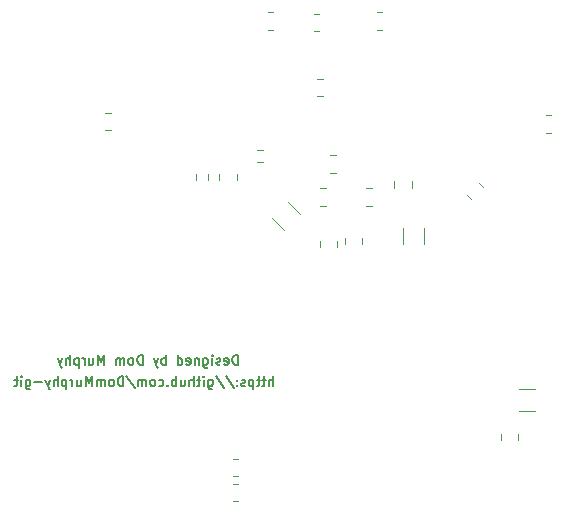
<source format=gbr>
%TF.GenerationSoftware,KiCad,Pcbnew,9.0.3*%
%TF.CreationDate,2026-02-24T03:06:21-05:00*%
%TF.ProjectId,ShamanLink_Rev1,5368616d-616e-44c6-996e-6b5f52657631,rev?*%
%TF.SameCoordinates,Original*%
%TF.FileFunction,Legend,Bot*%
%TF.FilePolarity,Positive*%
%FSLAX46Y46*%
G04 Gerber Fmt 4.6, Leading zero omitted, Abs format (unit mm)*
G04 Created by KiCad (PCBNEW 9.0.3) date 2026-02-24 03:06:21*
%MOMM*%
%LPD*%
G01*
G04 APERTURE LIST*
%ADD10C,0.152400*%
%ADD11C,0.120000*%
G04 APERTURE END LIST*
D10*
X98006213Y-106092603D02*
X98006213Y-105279803D01*
X98006213Y-105279803D02*
X97812689Y-105279803D01*
X97812689Y-105279803D02*
X97696575Y-105318508D01*
X97696575Y-105318508D02*
X97619165Y-105395918D01*
X97619165Y-105395918D02*
X97580460Y-105473327D01*
X97580460Y-105473327D02*
X97541756Y-105628146D01*
X97541756Y-105628146D02*
X97541756Y-105744260D01*
X97541756Y-105744260D02*
X97580460Y-105899079D01*
X97580460Y-105899079D02*
X97619165Y-105976489D01*
X97619165Y-105976489D02*
X97696575Y-106053899D01*
X97696575Y-106053899D02*
X97812689Y-106092603D01*
X97812689Y-106092603D02*
X98006213Y-106092603D01*
X96883775Y-106053899D02*
X96961184Y-106092603D01*
X96961184Y-106092603D02*
X97116003Y-106092603D01*
X97116003Y-106092603D02*
X97193413Y-106053899D01*
X97193413Y-106053899D02*
X97232117Y-105976489D01*
X97232117Y-105976489D02*
X97232117Y-105666851D01*
X97232117Y-105666851D02*
X97193413Y-105589441D01*
X97193413Y-105589441D02*
X97116003Y-105550737D01*
X97116003Y-105550737D02*
X96961184Y-105550737D01*
X96961184Y-105550737D02*
X96883775Y-105589441D01*
X96883775Y-105589441D02*
X96845070Y-105666851D01*
X96845070Y-105666851D02*
X96845070Y-105744260D01*
X96845070Y-105744260D02*
X97232117Y-105821670D01*
X96535431Y-106053899D02*
X96458022Y-106092603D01*
X96458022Y-106092603D02*
X96303203Y-106092603D01*
X96303203Y-106092603D02*
X96225793Y-106053899D01*
X96225793Y-106053899D02*
X96187089Y-105976489D01*
X96187089Y-105976489D02*
X96187089Y-105937784D01*
X96187089Y-105937784D02*
X96225793Y-105860375D01*
X96225793Y-105860375D02*
X96303203Y-105821670D01*
X96303203Y-105821670D02*
X96419317Y-105821670D01*
X96419317Y-105821670D02*
X96496727Y-105782965D01*
X96496727Y-105782965D02*
X96535431Y-105705556D01*
X96535431Y-105705556D02*
X96535431Y-105666851D01*
X96535431Y-105666851D02*
X96496727Y-105589441D01*
X96496727Y-105589441D02*
X96419317Y-105550737D01*
X96419317Y-105550737D02*
X96303203Y-105550737D01*
X96303203Y-105550737D02*
X96225793Y-105589441D01*
X95838746Y-106092603D02*
X95838746Y-105550737D01*
X95838746Y-105279803D02*
X95877450Y-105318508D01*
X95877450Y-105318508D02*
X95838746Y-105357213D01*
X95838746Y-105357213D02*
X95800041Y-105318508D01*
X95800041Y-105318508D02*
X95838746Y-105279803D01*
X95838746Y-105279803D02*
X95838746Y-105357213D01*
X95103355Y-105550737D02*
X95103355Y-106208718D01*
X95103355Y-106208718D02*
X95142060Y-106286127D01*
X95142060Y-106286127D02*
X95180764Y-106324832D01*
X95180764Y-106324832D02*
X95258174Y-106363537D01*
X95258174Y-106363537D02*
X95374288Y-106363537D01*
X95374288Y-106363537D02*
X95451698Y-106324832D01*
X95103355Y-106053899D02*
X95180764Y-106092603D01*
X95180764Y-106092603D02*
X95335583Y-106092603D01*
X95335583Y-106092603D02*
X95412993Y-106053899D01*
X95412993Y-106053899D02*
X95451698Y-106015194D01*
X95451698Y-106015194D02*
X95490402Y-105937784D01*
X95490402Y-105937784D02*
X95490402Y-105705556D01*
X95490402Y-105705556D02*
X95451698Y-105628146D01*
X95451698Y-105628146D02*
X95412993Y-105589441D01*
X95412993Y-105589441D02*
X95335583Y-105550737D01*
X95335583Y-105550737D02*
X95180764Y-105550737D01*
X95180764Y-105550737D02*
X95103355Y-105589441D01*
X94716308Y-105550737D02*
X94716308Y-106092603D01*
X94716308Y-105628146D02*
X94677603Y-105589441D01*
X94677603Y-105589441D02*
X94600193Y-105550737D01*
X94600193Y-105550737D02*
X94484079Y-105550737D01*
X94484079Y-105550737D02*
X94406670Y-105589441D01*
X94406670Y-105589441D02*
X94367965Y-105666851D01*
X94367965Y-105666851D02*
X94367965Y-106092603D01*
X93671280Y-106053899D02*
X93748689Y-106092603D01*
X93748689Y-106092603D02*
X93903508Y-106092603D01*
X93903508Y-106092603D02*
X93980918Y-106053899D01*
X93980918Y-106053899D02*
X94019622Y-105976489D01*
X94019622Y-105976489D02*
X94019622Y-105666851D01*
X94019622Y-105666851D02*
X93980918Y-105589441D01*
X93980918Y-105589441D02*
X93903508Y-105550737D01*
X93903508Y-105550737D02*
X93748689Y-105550737D01*
X93748689Y-105550737D02*
X93671280Y-105589441D01*
X93671280Y-105589441D02*
X93632575Y-105666851D01*
X93632575Y-105666851D02*
X93632575Y-105744260D01*
X93632575Y-105744260D02*
X94019622Y-105821670D01*
X92935889Y-106092603D02*
X92935889Y-105279803D01*
X92935889Y-106053899D02*
X93013298Y-106092603D01*
X93013298Y-106092603D02*
X93168117Y-106092603D01*
X93168117Y-106092603D02*
X93245527Y-106053899D01*
X93245527Y-106053899D02*
X93284232Y-106015194D01*
X93284232Y-106015194D02*
X93322936Y-105937784D01*
X93322936Y-105937784D02*
X93322936Y-105705556D01*
X93322936Y-105705556D02*
X93284232Y-105628146D01*
X93284232Y-105628146D02*
X93245527Y-105589441D01*
X93245527Y-105589441D02*
X93168117Y-105550737D01*
X93168117Y-105550737D02*
X93013298Y-105550737D01*
X93013298Y-105550737D02*
X92935889Y-105589441D01*
X91929566Y-106092603D02*
X91929566Y-105279803D01*
X91929566Y-105589441D02*
X91852156Y-105550737D01*
X91852156Y-105550737D02*
X91697337Y-105550737D01*
X91697337Y-105550737D02*
X91619928Y-105589441D01*
X91619928Y-105589441D02*
X91581223Y-105628146D01*
X91581223Y-105628146D02*
X91542518Y-105705556D01*
X91542518Y-105705556D02*
X91542518Y-105937784D01*
X91542518Y-105937784D02*
X91581223Y-106015194D01*
X91581223Y-106015194D02*
X91619928Y-106053899D01*
X91619928Y-106053899D02*
X91697337Y-106092603D01*
X91697337Y-106092603D02*
X91852156Y-106092603D01*
X91852156Y-106092603D02*
X91929566Y-106053899D01*
X91271585Y-105550737D02*
X91078061Y-106092603D01*
X90884538Y-105550737D02*
X91078061Y-106092603D01*
X91078061Y-106092603D02*
X91155471Y-106286127D01*
X91155471Y-106286127D02*
X91194176Y-106324832D01*
X91194176Y-106324832D02*
X91271585Y-106363537D01*
X89955624Y-106092603D02*
X89955624Y-105279803D01*
X89955624Y-105279803D02*
X89762100Y-105279803D01*
X89762100Y-105279803D02*
X89645986Y-105318508D01*
X89645986Y-105318508D02*
X89568576Y-105395918D01*
X89568576Y-105395918D02*
X89529871Y-105473327D01*
X89529871Y-105473327D02*
X89491167Y-105628146D01*
X89491167Y-105628146D02*
X89491167Y-105744260D01*
X89491167Y-105744260D02*
X89529871Y-105899079D01*
X89529871Y-105899079D02*
X89568576Y-105976489D01*
X89568576Y-105976489D02*
X89645986Y-106053899D01*
X89645986Y-106053899D02*
X89762100Y-106092603D01*
X89762100Y-106092603D02*
X89955624Y-106092603D01*
X89026709Y-106092603D02*
X89104119Y-106053899D01*
X89104119Y-106053899D02*
X89142824Y-106015194D01*
X89142824Y-106015194D02*
X89181528Y-105937784D01*
X89181528Y-105937784D02*
X89181528Y-105705556D01*
X89181528Y-105705556D02*
X89142824Y-105628146D01*
X89142824Y-105628146D02*
X89104119Y-105589441D01*
X89104119Y-105589441D02*
X89026709Y-105550737D01*
X89026709Y-105550737D02*
X88910595Y-105550737D01*
X88910595Y-105550737D02*
X88833186Y-105589441D01*
X88833186Y-105589441D02*
X88794481Y-105628146D01*
X88794481Y-105628146D02*
X88755776Y-105705556D01*
X88755776Y-105705556D02*
X88755776Y-105937784D01*
X88755776Y-105937784D02*
X88794481Y-106015194D01*
X88794481Y-106015194D02*
X88833186Y-106053899D01*
X88833186Y-106053899D02*
X88910595Y-106092603D01*
X88910595Y-106092603D02*
X89026709Y-106092603D01*
X88407434Y-106092603D02*
X88407434Y-105550737D01*
X88407434Y-105628146D02*
X88368729Y-105589441D01*
X88368729Y-105589441D02*
X88291319Y-105550737D01*
X88291319Y-105550737D02*
X88175205Y-105550737D01*
X88175205Y-105550737D02*
X88097796Y-105589441D01*
X88097796Y-105589441D02*
X88059091Y-105666851D01*
X88059091Y-105666851D02*
X88059091Y-106092603D01*
X88059091Y-105666851D02*
X88020386Y-105589441D01*
X88020386Y-105589441D02*
X87942977Y-105550737D01*
X87942977Y-105550737D02*
X87826862Y-105550737D01*
X87826862Y-105550737D02*
X87749453Y-105589441D01*
X87749453Y-105589441D02*
X87710748Y-105666851D01*
X87710748Y-105666851D02*
X87710748Y-106092603D01*
X86704425Y-106092603D02*
X86704425Y-105279803D01*
X86704425Y-105279803D02*
X86433491Y-105860375D01*
X86433491Y-105860375D02*
X86162558Y-105279803D01*
X86162558Y-105279803D02*
X86162558Y-106092603D01*
X85427168Y-105550737D02*
X85427168Y-106092603D01*
X85775511Y-105550737D02*
X85775511Y-105976489D01*
X85775511Y-105976489D02*
X85736806Y-106053899D01*
X85736806Y-106053899D02*
X85659396Y-106092603D01*
X85659396Y-106092603D02*
X85543282Y-106092603D01*
X85543282Y-106092603D02*
X85465873Y-106053899D01*
X85465873Y-106053899D02*
X85427168Y-106015194D01*
X85040121Y-106092603D02*
X85040121Y-105550737D01*
X85040121Y-105705556D02*
X85001416Y-105628146D01*
X85001416Y-105628146D02*
X84962711Y-105589441D01*
X84962711Y-105589441D02*
X84885302Y-105550737D01*
X84885302Y-105550737D02*
X84807892Y-105550737D01*
X84536959Y-105550737D02*
X84536959Y-106363537D01*
X84536959Y-105589441D02*
X84459549Y-105550737D01*
X84459549Y-105550737D02*
X84304730Y-105550737D01*
X84304730Y-105550737D02*
X84227321Y-105589441D01*
X84227321Y-105589441D02*
X84188616Y-105628146D01*
X84188616Y-105628146D02*
X84149911Y-105705556D01*
X84149911Y-105705556D02*
X84149911Y-105937784D01*
X84149911Y-105937784D02*
X84188616Y-106015194D01*
X84188616Y-106015194D02*
X84227321Y-106053899D01*
X84227321Y-106053899D02*
X84304730Y-106092603D01*
X84304730Y-106092603D02*
X84459549Y-106092603D01*
X84459549Y-106092603D02*
X84536959Y-106053899D01*
X83801569Y-106092603D02*
X83801569Y-105279803D01*
X83453226Y-106092603D02*
X83453226Y-105666851D01*
X83453226Y-105666851D02*
X83491931Y-105589441D01*
X83491931Y-105589441D02*
X83569340Y-105550737D01*
X83569340Y-105550737D02*
X83685454Y-105550737D01*
X83685454Y-105550737D02*
X83762864Y-105589441D01*
X83762864Y-105589441D02*
X83801569Y-105628146D01*
X83143588Y-105550737D02*
X82950064Y-106092603D01*
X82756541Y-105550737D02*
X82950064Y-106092603D01*
X82950064Y-106092603D02*
X83027474Y-106286127D01*
X83027474Y-106286127D02*
X83066179Y-106324832D01*
X83066179Y-106324832D02*
X83143588Y-106363537D01*
X101006213Y-107892603D02*
X101006213Y-107079803D01*
X100657870Y-107892603D02*
X100657870Y-107466851D01*
X100657870Y-107466851D02*
X100696575Y-107389441D01*
X100696575Y-107389441D02*
X100773984Y-107350737D01*
X100773984Y-107350737D02*
X100890098Y-107350737D01*
X100890098Y-107350737D02*
X100967508Y-107389441D01*
X100967508Y-107389441D02*
X101006213Y-107428146D01*
X100386937Y-107350737D02*
X100077299Y-107350737D01*
X100270823Y-107079803D02*
X100270823Y-107776489D01*
X100270823Y-107776489D02*
X100232118Y-107853899D01*
X100232118Y-107853899D02*
X100154708Y-107892603D01*
X100154708Y-107892603D02*
X100077299Y-107892603D01*
X99922480Y-107350737D02*
X99612842Y-107350737D01*
X99806366Y-107079803D02*
X99806366Y-107776489D01*
X99806366Y-107776489D02*
X99767661Y-107853899D01*
X99767661Y-107853899D02*
X99690251Y-107892603D01*
X99690251Y-107892603D02*
X99612842Y-107892603D01*
X99341909Y-107350737D02*
X99341909Y-108163537D01*
X99341909Y-107389441D02*
X99264499Y-107350737D01*
X99264499Y-107350737D02*
X99109680Y-107350737D01*
X99109680Y-107350737D02*
X99032271Y-107389441D01*
X99032271Y-107389441D02*
X98993566Y-107428146D01*
X98993566Y-107428146D02*
X98954861Y-107505556D01*
X98954861Y-107505556D02*
X98954861Y-107737784D01*
X98954861Y-107737784D02*
X98993566Y-107815194D01*
X98993566Y-107815194D02*
X99032271Y-107853899D01*
X99032271Y-107853899D02*
X99109680Y-107892603D01*
X99109680Y-107892603D02*
X99264499Y-107892603D01*
X99264499Y-107892603D02*
X99341909Y-107853899D01*
X98645223Y-107853899D02*
X98567814Y-107892603D01*
X98567814Y-107892603D02*
X98412995Y-107892603D01*
X98412995Y-107892603D02*
X98335585Y-107853899D01*
X98335585Y-107853899D02*
X98296881Y-107776489D01*
X98296881Y-107776489D02*
X98296881Y-107737784D01*
X98296881Y-107737784D02*
X98335585Y-107660375D01*
X98335585Y-107660375D02*
X98412995Y-107621670D01*
X98412995Y-107621670D02*
X98529109Y-107621670D01*
X98529109Y-107621670D02*
X98606519Y-107582965D01*
X98606519Y-107582965D02*
X98645223Y-107505556D01*
X98645223Y-107505556D02*
X98645223Y-107466851D01*
X98645223Y-107466851D02*
X98606519Y-107389441D01*
X98606519Y-107389441D02*
X98529109Y-107350737D01*
X98529109Y-107350737D02*
X98412995Y-107350737D01*
X98412995Y-107350737D02*
X98335585Y-107389441D01*
X97948538Y-107815194D02*
X97909833Y-107853899D01*
X97909833Y-107853899D02*
X97948538Y-107892603D01*
X97948538Y-107892603D02*
X97987242Y-107853899D01*
X97987242Y-107853899D02*
X97948538Y-107815194D01*
X97948538Y-107815194D02*
X97948538Y-107892603D01*
X97948538Y-107389441D02*
X97909833Y-107428146D01*
X97909833Y-107428146D02*
X97948538Y-107466851D01*
X97948538Y-107466851D02*
X97987242Y-107428146D01*
X97987242Y-107428146D02*
X97948538Y-107389441D01*
X97948538Y-107389441D02*
X97948538Y-107466851D01*
X96980918Y-107041099D02*
X97677604Y-108086127D01*
X96129413Y-107041099D02*
X96826099Y-108086127D01*
X95510137Y-107350737D02*
X95510137Y-108008718D01*
X95510137Y-108008718D02*
X95548842Y-108086127D01*
X95548842Y-108086127D02*
X95587546Y-108124832D01*
X95587546Y-108124832D02*
X95664956Y-108163537D01*
X95664956Y-108163537D02*
X95781070Y-108163537D01*
X95781070Y-108163537D02*
X95858480Y-108124832D01*
X95510137Y-107853899D02*
X95587546Y-107892603D01*
X95587546Y-107892603D02*
X95742365Y-107892603D01*
X95742365Y-107892603D02*
X95819775Y-107853899D01*
X95819775Y-107853899D02*
X95858480Y-107815194D01*
X95858480Y-107815194D02*
X95897184Y-107737784D01*
X95897184Y-107737784D02*
X95897184Y-107505556D01*
X95897184Y-107505556D02*
X95858480Y-107428146D01*
X95858480Y-107428146D02*
X95819775Y-107389441D01*
X95819775Y-107389441D02*
X95742365Y-107350737D01*
X95742365Y-107350737D02*
X95587546Y-107350737D01*
X95587546Y-107350737D02*
X95510137Y-107389441D01*
X95123090Y-107892603D02*
X95123090Y-107350737D01*
X95123090Y-107079803D02*
X95161794Y-107118508D01*
X95161794Y-107118508D02*
X95123090Y-107157213D01*
X95123090Y-107157213D02*
X95084385Y-107118508D01*
X95084385Y-107118508D02*
X95123090Y-107079803D01*
X95123090Y-107079803D02*
X95123090Y-107157213D01*
X94852156Y-107350737D02*
X94542518Y-107350737D01*
X94736042Y-107079803D02*
X94736042Y-107776489D01*
X94736042Y-107776489D02*
X94697337Y-107853899D01*
X94697337Y-107853899D02*
X94619927Y-107892603D01*
X94619927Y-107892603D02*
X94542518Y-107892603D01*
X94271585Y-107892603D02*
X94271585Y-107079803D01*
X93923242Y-107892603D02*
X93923242Y-107466851D01*
X93923242Y-107466851D02*
X93961947Y-107389441D01*
X93961947Y-107389441D02*
X94039356Y-107350737D01*
X94039356Y-107350737D02*
X94155470Y-107350737D01*
X94155470Y-107350737D02*
X94232880Y-107389441D01*
X94232880Y-107389441D02*
X94271585Y-107428146D01*
X93187852Y-107350737D02*
X93187852Y-107892603D01*
X93536195Y-107350737D02*
X93536195Y-107776489D01*
X93536195Y-107776489D02*
X93497490Y-107853899D01*
X93497490Y-107853899D02*
X93420080Y-107892603D01*
X93420080Y-107892603D02*
X93303966Y-107892603D01*
X93303966Y-107892603D02*
X93226557Y-107853899D01*
X93226557Y-107853899D02*
X93187852Y-107815194D01*
X92800805Y-107892603D02*
X92800805Y-107079803D01*
X92800805Y-107389441D02*
X92723395Y-107350737D01*
X92723395Y-107350737D02*
X92568576Y-107350737D01*
X92568576Y-107350737D02*
X92491167Y-107389441D01*
X92491167Y-107389441D02*
X92452462Y-107428146D01*
X92452462Y-107428146D02*
X92413757Y-107505556D01*
X92413757Y-107505556D02*
X92413757Y-107737784D01*
X92413757Y-107737784D02*
X92452462Y-107815194D01*
X92452462Y-107815194D02*
X92491167Y-107853899D01*
X92491167Y-107853899D02*
X92568576Y-107892603D01*
X92568576Y-107892603D02*
X92723395Y-107892603D01*
X92723395Y-107892603D02*
X92800805Y-107853899D01*
X92065415Y-107815194D02*
X92026710Y-107853899D01*
X92026710Y-107853899D02*
X92065415Y-107892603D01*
X92065415Y-107892603D02*
X92104119Y-107853899D01*
X92104119Y-107853899D02*
X92065415Y-107815194D01*
X92065415Y-107815194D02*
X92065415Y-107892603D01*
X91330024Y-107853899D02*
X91407433Y-107892603D01*
X91407433Y-107892603D02*
X91562252Y-107892603D01*
X91562252Y-107892603D02*
X91639662Y-107853899D01*
X91639662Y-107853899D02*
X91678367Y-107815194D01*
X91678367Y-107815194D02*
X91717071Y-107737784D01*
X91717071Y-107737784D02*
X91717071Y-107505556D01*
X91717071Y-107505556D02*
X91678367Y-107428146D01*
X91678367Y-107428146D02*
X91639662Y-107389441D01*
X91639662Y-107389441D02*
X91562252Y-107350737D01*
X91562252Y-107350737D02*
X91407433Y-107350737D01*
X91407433Y-107350737D02*
X91330024Y-107389441D01*
X90865566Y-107892603D02*
X90942976Y-107853899D01*
X90942976Y-107853899D02*
X90981681Y-107815194D01*
X90981681Y-107815194D02*
X91020385Y-107737784D01*
X91020385Y-107737784D02*
X91020385Y-107505556D01*
X91020385Y-107505556D02*
X90981681Y-107428146D01*
X90981681Y-107428146D02*
X90942976Y-107389441D01*
X90942976Y-107389441D02*
X90865566Y-107350737D01*
X90865566Y-107350737D02*
X90749452Y-107350737D01*
X90749452Y-107350737D02*
X90672043Y-107389441D01*
X90672043Y-107389441D02*
X90633338Y-107428146D01*
X90633338Y-107428146D02*
X90594633Y-107505556D01*
X90594633Y-107505556D02*
X90594633Y-107737784D01*
X90594633Y-107737784D02*
X90633338Y-107815194D01*
X90633338Y-107815194D02*
X90672043Y-107853899D01*
X90672043Y-107853899D02*
X90749452Y-107892603D01*
X90749452Y-107892603D02*
X90865566Y-107892603D01*
X90246291Y-107892603D02*
X90246291Y-107350737D01*
X90246291Y-107428146D02*
X90207586Y-107389441D01*
X90207586Y-107389441D02*
X90130176Y-107350737D01*
X90130176Y-107350737D02*
X90014062Y-107350737D01*
X90014062Y-107350737D02*
X89936653Y-107389441D01*
X89936653Y-107389441D02*
X89897948Y-107466851D01*
X89897948Y-107466851D02*
X89897948Y-107892603D01*
X89897948Y-107466851D02*
X89859243Y-107389441D01*
X89859243Y-107389441D02*
X89781834Y-107350737D01*
X89781834Y-107350737D02*
X89665719Y-107350737D01*
X89665719Y-107350737D02*
X89588310Y-107389441D01*
X89588310Y-107389441D02*
X89549605Y-107466851D01*
X89549605Y-107466851D02*
X89549605Y-107892603D01*
X88581986Y-107041099D02*
X89278672Y-108086127D01*
X88311053Y-107892603D02*
X88311053Y-107079803D01*
X88311053Y-107079803D02*
X88117529Y-107079803D01*
X88117529Y-107079803D02*
X88001415Y-107118508D01*
X88001415Y-107118508D02*
X87924005Y-107195918D01*
X87924005Y-107195918D02*
X87885300Y-107273327D01*
X87885300Y-107273327D02*
X87846596Y-107428146D01*
X87846596Y-107428146D02*
X87846596Y-107544260D01*
X87846596Y-107544260D02*
X87885300Y-107699079D01*
X87885300Y-107699079D02*
X87924005Y-107776489D01*
X87924005Y-107776489D02*
X88001415Y-107853899D01*
X88001415Y-107853899D02*
X88117529Y-107892603D01*
X88117529Y-107892603D02*
X88311053Y-107892603D01*
X87382138Y-107892603D02*
X87459548Y-107853899D01*
X87459548Y-107853899D02*
X87498253Y-107815194D01*
X87498253Y-107815194D02*
X87536957Y-107737784D01*
X87536957Y-107737784D02*
X87536957Y-107505556D01*
X87536957Y-107505556D02*
X87498253Y-107428146D01*
X87498253Y-107428146D02*
X87459548Y-107389441D01*
X87459548Y-107389441D02*
X87382138Y-107350737D01*
X87382138Y-107350737D02*
X87266024Y-107350737D01*
X87266024Y-107350737D02*
X87188615Y-107389441D01*
X87188615Y-107389441D02*
X87149910Y-107428146D01*
X87149910Y-107428146D02*
X87111205Y-107505556D01*
X87111205Y-107505556D02*
X87111205Y-107737784D01*
X87111205Y-107737784D02*
X87149910Y-107815194D01*
X87149910Y-107815194D02*
X87188615Y-107853899D01*
X87188615Y-107853899D02*
X87266024Y-107892603D01*
X87266024Y-107892603D02*
X87382138Y-107892603D01*
X86762863Y-107892603D02*
X86762863Y-107350737D01*
X86762863Y-107428146D02*
X86724158Y-107389441D01*
X86724158Y-107389441D02*
X86646748Y-107350737D01*
X86646748Y-107350737D02*
X86530634Y-107350737D01*
X86530634Y-107350737D02*
X86453225Y-107389441D01*
X86453225Y-107389441D02*
X86414520Y-107466851D01*
X86414520Y-107466851D02*
X86414520Y-107892603D01*
X86414520Y-107466851D02*
X86375815Y-107389441D01*
X86375815Y-107389441D02*
X86298406Y-107350737D01*
X86298406Y-107350737D02*
X86182291Y-107350737D01*
X86182291Y-107350737D02*
X86104882Y-107389441D01*
X86104882Y-107389441D02*
X86066177Y-107466851D01*
X86066177Y-107466851D02*
X86066177Y-107892603D01*
X85679130Y-107892603D02*
X85679130Y-107079803D01*
X85679130Y-107079803D02*
X85408196Y-107660375D01*
X85408196Y-107660375D02*
X85137263Y-107079803D01*
X85137263Y-107079803D02*
X85137263Y-107892603D01*
X84401873Y-107350737D02*
X84401873Y-107892603D01*
X84750216Y-107350737D02*
X84750216Y-107776489D01*
X84750216Y-107776489D02*
X84711511Y-107853899D01*
X84711511Y-107853899D02*
X84634101Y-107892603D01*
X84634101Y-107892603D02*
X84517987Y-107892603D01*
X84517987Y-107892603D02*
X84440578Y-107853899D01*
X84440578Y-107853899D02*
X84401873Y-107815194D01*
X84014826Y-107892603D02*
X84014826Y-107350737D01*
X84014826Y-107505556D02*
X83976121Y-107428146D01*
X83976121Y-107428146D02*
X83937416Y-107389441D01*
X83937416Y-107389441D02*
X83860007Y-107350737D01*
X83860007Y-107350737D02*
X83782597Y-107350737D01*
X83511664Y-107350737D02*
X83511664Y-108163537D01*
X83511664Y-107389441D02*
X83434254Y-107350737D01*
X83434254Y-107350737D02*
X83279435Y-107350737D01*
X83279435Y-107350737D02*
X83202026Y-107389441D01*
X83202026Y-107389441D02*
X83163321Y-107428146D01*
X83163321Y-107428146D02*
X83124616Y-107505556D01*
X83124616Y-107505556D02*
X83124616Y-107737784D01*
X83124616Y-107737784D02*
X83163321Y-107815194D01*
X83163321Y-107815194D02*
X83202026Y-107853899D01*
X83202026Y-107853899D02*
X83279435Y-107892603D01*
X83279435Y-107892603D02*
X83434254Y-107892603D01*
X83434254Y-107892603D02*
X83511664Y-107853899D01*
X82776274Y-107892603D02*
X82776274Y-107079803D01*
X82427931Y-107892603D02*
X82427931Y-107466851D01*
X82427931Y-107466851D02*
X82466636Y-107389441D01*
X82466636Y-107389441D02*
X82544045Y-107350737D01*
X82544045Y-107350737D02*
X82660159Y-107350737D01*
X82660159Y-107350737D02*
X82737569Y-107389441D01*
X82737569Y-107389441D02*
X82776274Y-107428146D01*
X82118293Y-107350737D02*
X81924769Y-107892603D01*
X81731246Y-107350737D02*
X81924769Y-107892603D01*
X81924769Y-107892603D02*
X82002179Y-108086127D01*
X82002179Y-108086127D02*
X82040884Y-108124832D01*
X82040884Y-108124832D02*
X82118293Y-108163537D01*
X81421608Y-107582965D02*
X80802332Y-107582965D01*
X80066941Y-107350737D02*
X80066941Y-108008718D01*
X80066941Y-108008718D02*
X80105646Y-108086127D01*
X80105646Y-108086127D02*
X80144350Y-108124832D01*
X80144350Y-108124832D02*
X80221760Y-108163537D01*
X80221760Y-108163537D02*
X80337874Y-108163537D01*
X80337874Y-108163537D02*
X80415284Y-108124832D01*
X80066941Y-107853899D02*
X80144350Y-107892603D01*
X80144350Y-107892603D02*
X80299169Y-107892603D01*
X80299169Y-107892603D02*
X80376579Y-107853899D01*
X80376579Y-107853899D02*
X80415284Y-107815194D01*
X80415284Y-107815194D02*
X80453988Y-107737784D01*
X80453988Y-107737784D02*
X80453988Y-107505556D01*
X80453988Y-107505556D02*
X80415284Y-107428146D01*
X80415284Y-107428146D02*
X80376579Y-107389441D01*
X80376579Y-107389441D02*
X80299169Y-107350737D01*
X80299169Y-107350737D02*
X80144350Y-107350737D01*
X80144350Y-107350737D02*
X80066941Y-107389441D01*
X79679894Y-107892603D02*
X79679894Y-107350737D01*
X79679894Y-107079803D02*
X79718598Y-107118508D01*
X79718598Y-107118508D02*
X79679894Y-107157213D01*
X79679894Y-107157213D02*
X79641189Y-107118508D01*
X79641189Y-107118508D02*
X79679894Y-107079803D01*
X79679894Y-107079803D02*
X79679894Y-107157213D01*
X79408960Y-107350737D02*
X79099322Y-107350737D01*
X79292846Y-107079803D02*
X79292846Y-107776489D01*
X79292846Y-107776489D02*
X79254141Y-107853899D01*
X79254141Y-107853899D02*
X79176731Y-107892603D01*
X79176731Y-107892603D02*
X79099322Y-107892603D01*
D11*
%TO.C,R38*%
X117740835Y-92080282D02*
X117419718Y-91759165D01*
X118780282Y-91040835D02*
X118459165Y-90719718D01*
%TO.C,R1*%
X98027064Y-114065000D02*
X97572936Y-114065000D01*
X98027064Y-115535000D02*
X97572936Y-115535000D01*
%TO.C,R2*%
X98027064Y-116165000D02*
X97572936Y-116165000D01*
X98027064Y-117635000D02*
X97572936Y-117635000D01*
%TO.C,C29*%
X107065000Y-95338748D02*
X107065000Y-95861252D01*
X108535000Y-95338748D02*
X108535000Y-95861252D01*
%TO.C,C23*%
X120265000Y-111938747D02*
X120265000Y-112461253D01*
X121735000Y-111938747D02*
X121735000Y-112461253D01*
%TO.C,C6*%
X101959464Y-94646398D02*
X100953602Y-93640536D01*
X103246398Y-93359464D02*
X102240536Y-92353602D01*
%TO.C,R27*%
X124527064Y-84965000D02*
X124072936Y-84965000D01*
X124527064Y-86435000D02*
X124072936Y-86435000D01*
%TO.C,R16*%
X109772936Y-76265000D02*
X110227064Y-76265000D01*
X109772936Y-77735000D02*
X110227064Y-77735000D01*
%TO.C,C7*%
X111265000Y-91098752D02*
X111265000Y-90576248D01*
X112735000Y-91098752D02*
X112735000Y-90576248D01*
%TO.C,FB1*%
X94477500Y-90454724D02*
X94477500Y-89945276D01*
X95522500Y-90454724D02*
X95522500Y-89945276D01*
%TO.C,C35*%
X105461253Y-91165000D02*
X104938747Y-91165000D01*
X105461253Y-92635000D02*
X104938747Y-92635000D01*
%TO.C,C30*%
X104965000Y-95638748D02*
X104965000Y-96161252D01*
X106435000Y-95638748D02*
X106435000Y-96161252D01*
%TO.C,C8*%
X111990000Y-94488748D02*
X111990000Y-95911252D01*
X113810000Y-94488748D02*
X113810000Y-95911252D01*
%TO.C,C20*%
X121788748Y-108190000D02*
X123211252Y-108190000D01*
X121788748Y-110010000D02*
X123211252Y-110010000D01*
%TO.C,C5*%
X109361252Y-91165000D02*
X108838748Y-91165000D01*
X109361252Y-92635000D02*
X108838748Y-92635000D01*
%TO.C,C14*%
X96465000Y-90461252D02*
X96465000Y-89938748D01*
X97935000Y-90461252D02*
X97935000Y-89938748D01*
%TO.C,C32*%
X106361252Y-88365000D02*
X105838748Y-88365000D01*
X106361252Y-89835000D02*
X105838748Y-89835000D01*
%TO.C,C13*%
X104738748Y-81865000D02*
X105261252Y-81865000D01*
X104738748Y-83335000D02*
X105261252Y-83335000D01*
%TO.C,C26*%
X86738747Y-84765000D02*
X87261253Y-84765000D01*
X86738747Y-86235000D02*
X87261253Y-86235000D01*
%TO.C,FB5*%
X99645276Y-87877500D02*
X100154724Y-87877500D01*
X99645276Y-88922500D02*
X100154724Y-88922500D01*
%TO.C,R31*%
X104927064Y-76365000D02*
X104472936Y-76365000D01*
X104927064Y-77835000D02*
X104472936Y-77835000D01*
%TO.C,R32*%
X100572936Y-76265000D02*
X101027064Y-76265000D01*
X100572936Y-77735000D02*
X101027064Y-77735000D01*
%TD*%
M02*

</source>
